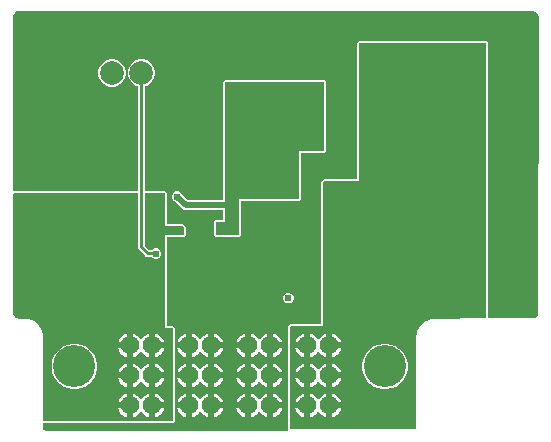
<source format=gbl>
G04*
G04 #@! TF.GenerationSoftware,Altium Limited,Altium Designer,21.6.4 (81)*
G04*
G04 Layer_Physical_Order=4*
G04 Layer_Color=16711680*
%FSLAX25Y25*%
%MOIN*%
G70*
G04*
G04 #@! TF.SameCoordinates,FE6B2B4F-3443-4407-9834-7DAE5A72E9B6*
G04*
G04*
G04 #@! TF.FilePolarity,Positive*
G04*
G01*
G75*
%ADD11C,0.01968*%
%ADD14C,0.01000*%
%ADD42C,0.05000*%
%ADD45C,0.07874*%
%ADD46C,0.14016*%
%ADD47C,0.06142*%
%ADD48C,0.10000*%
%ADD49C,0.02400*%
%ADD50C,0.02800*%
G36*
X74800Y68000D02*
X80760D01*
X81111Y67645D01*
X81085Y65000D01*
X74900D01*
Y33950D01*
X77400D01*
Y3000D01*
X74800D01*
X74700Y2900D01*
X34139D01*
Y31049D01*
X34137Y31061D01*
X34161Y31225D01*
X34142Y31617D01*
X34105Y31763D01*
Y31914D01*
X33952Y32683D01*
X33875Y32869D01*
X33836Y33066D01*
X33536Y33790D01*
X33424Y33957D01*
X33347Y34143D01*
X32912Y34795D01*
X32770Y34937D01*
X32658Y35104D01*
X32104Y35658D01*
X31937Y35770D01*
X31795Y35912D01*
X31143Y36347D01*
X30957Y36424D01*
X30790Y36536D01*
X30066Y36836D01*
X29869Y36875D01*
X29683Y36952D01*
X28914Y37105D01*
X28763D01*
X28616Y37142D01*
X28225Y37161D01*
X28174Y37154D01*
X28124Y37163D01*
X26031D01*
X25653Y37239D01*
X25296Y37387D01*
X24974Y37601D01*
X24701Y37874D01*
X24487Y38195D01*
X24339Y38552D01*
X24264Y38931D01*
Y39124D01*
X24264Y39125D01*
X24264Y39125D01*
X24254Y78646D01*
X24607Y79000D01*
X65878D01*
Y61000D01*
X65878Y61000D01*
X65964Y60571D01*
X66207Y60207D01*
X68307Y58107D01*
X68307Y58107D01*
X68671Y57864D01*
X69100Y57779D01*
X69100Y57779D01*
X70263D01*
X70274Y57753D01*
X70780Y57247D01*
X71442Y56973D01*
X72158D01*
X72819Y57247D01*
X73326Y57753D01*
X73600Y58415D01*
Y59131D01*
X73326Y59792D01*
X72819Y60299D01*
X72158Y60573D01*
X71442D01*
X70780Y60299D01*
X70503Y60022D01*
X69564D01*
X68122Y61465D01*
Y79000D01*
X74800D01*
Y68000D01*
D02*
G37*
G36*
X197199Y139761D02*
X197199Y139761D01*
X197200Y139761D01*
X197413D01*
X197831Y139678D01*
X198225Y139515D01*
X198579Y139278D01*
X198880Y138977D01*
X199117Y138622D01*
X199280Y138228D01*
X199363Y137811D01*
Y137600D01*
X199260Y39030D01*
X199261Y39029D01*
X199260Y39028D01*
Y38858D01*
X199194Y38525D01*
X199064Y38211D01*
X198875Y37928D01*
X198635Y37688D01*
X198353Y37499D01*
X198039Y37369D01*
X197706Y37303D01*
X197536D01*
X197531Y37302D01*
X197526Y37303D01*
X183004Y37231D01*
X182649Y37583D01*
Y129000D01*
X182459Y129459D01*
X182000Y129649D01*
X139500D01*
X139041Y129459D01*
X138851Y129000D01*
Y83549D01*
X127905Y83549D01*
X127905Y83549D01*
X127904Y83549D01*
X127682Y83457D01*
X127446Y83359D01*
X127446Y83359D01*
X127445Y83359D01*
X127092Y83005D01*
X127092Y83005D01*
X127092Y83004D01*
X126993Y82765D01*
X126902Y82546D01*
X126902Y82545D01*
X126902Y82545D01*
X126985Y35803D01*
X126632Y35449D01*
X116854Y35449D01*
X116394Y35259D01*
X116041Y34906D01*
X115851Y34446D01*
Y300D01*
X115931Y107D01*
X115622Y-393D01*
X35840Y-457D01*
X35674D01*
X35345Y-391D01*
X35035Y-263D01*
X34756Y-76D01*
X34519Y161D01*
X34333Y440D01*
X34205Y750D01*
X34139Y1079D01*
Y2251D01*
X74700D01*
X74700Y2251D01*
X74700D01*
X74941Y2351D01*
X77400D01*
X77859Y2541D01*
X78049Y3000D01*
Y33950D01*
X77859Y34409D01*
X77400Y34599D01*
X75549D01*
Y64351D01*
X81085D01*
X81312Y64445D01*
X81540Y64536D01*
X81541Y64539D01*
X81544Y64541D01*
X81638Y64768D01*
X81735Y64994D01*
X81761Y67638D01*
X81760Y67640D01*
X81761Y67642D01*
X81667Y67871D01*
X81575Y68099D01*
X81573Y68100D01*
X81573Y68102D01*
X81221Y68457D01*
X81219Y68458D01*
X81219Y68459D01*
X80990Y68554D01*
X80763Y68649D01*
X80761Y68649D01*
X80760Y68649D01*
X75449D01*
Y79000D01*
X75259Y79459D01*
X74800Y79649D01*
X68122D01*
Y114603D01*
X68751Y114772D01*
X69786Y115369D01*
X70631Y116214D01*
X71228Y117249D01*
X71537Y118403D01*
Y119597D01*
X71228Y120751D01*
X70631Y121786D01*
X69786Y122631D01*
X68751Y123228D01*
X67597Y123537D01*
X66403D01*
X65249Y123228D01*
X64214Y122631D01*
X63370Y121786D01*
X62772Y120751D01*
X62463Y119597D01*
Y118403D01*
X62772Y117249D01*
X63370Y116214D01*
X64214Y115369D01*
X65249Y114772D01*
X65878Y114603D01*
Y79649D01*
X24607D01*
X24607Y79650D01*
X24253Y80044D01*
X24239Y137700D01*
Y137913D01*
X24322Y138331D01*
X24485Y138725D01*
X24722Y139079D01*
X25023Y139380D01*
X25378Y139617D01*
X25771Y139780D01*
X26189Y139863D01*
X26401D01*
X197199Y139761D01*
D02*
G37*
G36*
X182000Y37226D02*
X164690Y37139D01*
X164645Y37130D01*
X164600Y37137D01*
X164208Y37117D01*
X164061Y37081D01*
X163910D01*
X163141Y36928D01*
X162955Y36851D01*
X162759Y36812D01*
X162034Y36512D01*
X161867Y36400D01*
X161681Y36323D01*
X161030Y35888D01*
X160888Y35745D01*
X160721Y35634D01*
X160166Y35080D01*
X160055Y34912D01*
X159913Y34770D01*
X159477Y34119D01*
X159400Y33933D01*
X159288Y33766D01*
X158988Y33042D01*
X158949Y32844D01*
X158872Y32659D01*
X158719Y31890D01*
Y31739D01*
X158683Y31592D01*
X158663Y31200D01*
X158671Y31150D01*
X158661Y31100D01*
Y1407D01*
X158586Y1028D01*
X158438Y671D01*
X158223Y350D01*
X158173Y300D01*
X116500D01*
Y34446D01*
X116854Y34800D01*
X127637Y34800D01*
X127552Y82546D01*
X127905Y82900D01*
X139500Y82900D01*
Y129000D01*
X182000D01*
Y37226D01*
D02*
G37*
%LPC*%
G36*
X69579Y32167D02*
X69008Y32014D01*
X68080Y31478D01*
X67322Y30720D01*
X67128Y30385D01*
X66628D01*
X66435Y30720D01*
X65677Y31478D01*
X64749Y32014D01*
X64178Y32167D01*
Y28220D01*
Y24274D01*
X64749Y24427D01*
X65677Y24963D01*
X66435Y25721D01*
X66628Y26056D01*
X67128D01*
X67322Y25721D01*
X68080Y24963D01*
X69008Y24427D01*
X69579Y24274D01*
Y28220D01*
Y32167D01*
D02*
G37*
G36*
X71579D02*
Y29221D01*
X74526D01*
X74373Y29792D01*
X73837Y30720D01*
X73079Y31478D01*
X72150Y32014D01*
X71579Y32167D01*
D02*
G37*
G36*
X62178D02*
X61606Y32014D01*
X60678Y31478D01*
X59920Y30720D01*
X59384Y29792D01*
X59231Y29221D01*
X62178D01*
Y32167D01*
D02*
G37*
G36*
X74526Y27220D02*
X71579D01*
Y24274D01*
X72150Y24427D01*
X73079Y24963D01*
X73837Y25721D01*
X74373Y26649D01*
X74526Y27220D01*
D02*
G37*
G36*
X62178D02*
X59231D01*
X59384Y26649D01*
X59920Y25721D01*
X60678Y24963D01*
X61606Y24427D01*
X62178Y24274D01*
Y27220D01*
D02*
G37*
G36*
X69579Y22167D02*
X69008Y22014D01*
X68080Y21478D01*
X67322Y20720D01*
X67128Y20385D01*
X66628D01*
X66435Y20720D01*
X65677Y21478D01*
X64749Y22014D01*
X64178Y22167D01*
Y18221D01*
Y14274D01*
X64749Y14427D01*
X65677Y14963D01*
X66435Y15721D01*
X66628Y16056D01*
X67128D01*
X67322Y15721D01*
X68080Y14963D01*
X69008Y14427D01*
X69579Y14274D01*
Y18221D01*
Y22167D01*
D02*
G37*
G36*
X71579D02*
Y19220D01*
X74526D01*
X74373Y19792D01*
X73837Y20720D01*
X73079Y21478D01*
X72150Y22014D01*
X71579Y22167D01*
D02*
G37*
G36*
X62178D02*
X61606Y22014D01*
X60678Y21478D01*
X59920Y20720D01*
X59384Y19792D01*
X59231Y19220D01*
X62178D01*
Y22167D01*
D02*
G37*
G36*
X74526Y17221D02*
X71579D01*
Y14274D01*
X72150Y14427D01*
X73079Y14963D01*
X73837Y15721D01*
X74373Y16649D01*
X74526Y17221D01*
D02*
G37*
G36*
X62178D02*
X59231D01*
X59384Y16649D01*
X59920Y15721D01*
X60678Y14963D01*
X61606Y14427D01*
X62178Y14274D01*
Y17221D01*
D02*
G37*
G36*
X45423Y28820D02*
X43924D01*
X42454Y28528D01*
X41070Y27955D01*
X39824Y27122D01*
X38764Y26062D01*
X37932Y24816D01*
X37358Y23432D01*
X37066Y21962D01*
Y20463D01*
X37358Y18993D01*
X37932Y17609D01*
X38764Y16363D01*
X39824Y15303D01*
X41070Y14471D01*
X42454Y13897D01*
X43924Y13605D01*
X45423D01*
X46893Y13897D01*
X48277Y14471D01*
X49523Y15303D01*
X50583Y16363D01*
X51416Y17609D01*
X51989Y18993D01*
X52281Y20463D01*
Y21962D01*
X51989Y23432D01*
X51416Y24816D01*
X50583Y26062D01*
X49523Y27122D01*
X48277Y27955D01*
X46893Y28528D01*
X45423Y28820D01*
D02*
G37*
G36*
X69579Y12167D02*
X69008Y12014D01*
X68080Y11478D01*
X67322Y10720D01*
X67128Y10385D01*
X66628D01*
X66435Y10720D01*
X65677Y11478D01*
X64749Y12014D01*
X64178Y12167D01*
Y8220D01*
Y4274D01*
X64749Y4427D01*
X65677Y4963D01*
X66435Y5721D01*
X66628Y6056D01*
X67128D01*
X67322Y5721D01*
X68080Y4963D01*
X69008Y4427D01*
X69579Y4274D01*
Y8220D01*
Y12167D01*
D02*
G37*
G36*
X71579D02*
Y9221D01*
X74526D01*
X74373Y9792D01*
X73837Y10720D01*
X73079Y11478D01*
X72150Y12014D01*
X71579Y12167D01*
D02*
G37*
G36*
X62178D02*
X61606Y12014D01*
X60678Y11478D01*
X59920Y10720D01*
X59384Y9792D01*
X59231Y9221D01*
X62178D01*
Y12167D01*
D02*
G37*
G36*
X74526Y7220D02*
X71579D01*
Y4274D01*
X72150Y4427D01*
X73079Y4963D01*
X73837Y5721D01*
X74373Y6649D01*
X74526Y7220D01*
D02*
G37*
G36*
X62178D02*
X59231D01*
X59384Y6649D01*
X59920Y5721D01*
X60678Y4963D01*
X61606Y4427D01*
X62178Y4274D01*
Y7220D01*
D02*
G37*
G36*
X57755Y123537D02*
X56560D01*
X55406Y123228D01*
X54372Y122631D01*
X53527Y121786D01*
X52930Y120751D01*
X52621Y119597D01*
Y118403D01*
X52930Y117249D01*
X53527Y116214D01*
X54372Y115369D01*
X55406Y114772D01*
X56560Y114463D01*
X57755D01*
X58909Y114772D01*
X59943Y115369D01*
X60788Y116214D01*
X61385Y117249D01*
X61695Y118403D01*
Y119597D01*
X61385Y120751D01*
X60788Y121786D01*
X59943Y122631D01*
X58909Y123228D01*
X57755Y123537D01*
D02*
G37*
G36*
X128000Y116649D02*
X95000D01*
X94541Y116459D01*
X94351Y116000D01*
Y76615D01*
X82454D01*
X80533Y78536D01*
X80431Y78782D01*
X79925Y79289D01*
X79263Y79563D01*
X78547D01*
X77886Y79289D01*
X77379Y78782D01*
X77105Y78121D01*
Y77405D01*
X77379Y76743D01*
X77886Y76237D01*
X78531Y75969D01*
X80643Y73858D01*
X81167Y73508D01*
X81785Y73385D01*
X94351D01*
Y70149D01*
X92000D01*
X91541Y69959D01*
X91351Y69500D01*
Y65000D01*
X91541Y64541D01*
X92000Y64351D01*
X99500D01*
X99959Y64541D01*
X100149Y65000D01*
Y76351D01*
X119500D01*
X119959Y76541D01*
X120149Y77000D01*
Y92351D01*
X128000D01*
X128459Y92541D01*
X128649Y93000D01*
Y116000D01*
X128459Y116459D01*
X128000Y116649D01*
D02*
G37*
G36*
X116358Y45800D02*
X115642D01*
X114980Y45526D01*
X114474Y45020D01*
X114200Y44358D01*
Y43642D01*
X114474Y42980D01*
X114980Y42474D01*
X115642Y42200D01*
X116358D01*
X117020Y42474D01*
X117526Y42980D01*
X117800Y43642D01*
Y44358D01*
X117526Y45020D01*
X117020Y45526D01*
X116358Y45800D01*
D02*
G37*
G36*
X108949Y32167D02*
X108378Y32014D01*
X107450Y31478D01*
X106692Y30720D01*
X106498Y30385D01*
X105998D01*
X105805Y30720D01*
X105047Y31478D01*
X104119Y32014D01*
X103548Y32167D01*
Y28220D01*
Y24274D01*
X104119Y24427D01*
X105047Y24963D01*
X105805Y25721D01*
X105998Y26056D01*
X106498D01*
X106692Y25721D01*
X107450Y24963D01*
X108378Y24427D01*
X108949Y24274D01*
Y28220D01*
Y32167D01*
D02*
G37*
G36*
X89264D02*
X88693Y32014D01*
X87765Y31478D01*
X87007Y30720D01*
X86813Y30385D01*
X86313D01*
X86120Y30720D01*
X85362Y31478D01*
X84434Y32014D01*
X83863Y32167D01*
Y28220D01*
Y24274D01*
X84434Y24427D01*
X85362Y24963D01*
X86120Y25721D01*
X86313Y26056D01*
X86813D01*
X87007Y25721D01*
X87765Y24963D01*
X88693Y24427D01*
X89264Y24274D01*
Y28220D01*
Y32167D01*
D02*
G37*
G36*
X110949D02*
Y29221D01*
X113896D01*
X113743Y29792D01*
X113207Y30720D01*
X112449Y31478D01*
X111521Y32014D01*
X110949Y32167D01*
D02*
G37*
G36*
X101548D02*
X100976Y32014D01*
X100048Y31478D01*
X99290Y30720D01*
X98754Y29792D01*
X98601Y29221D01*
X101548D01*
Y32167D01*
D02*
G37*
G36*
X91264D02*
Y29221D01*
X94211D01*
X94058Y29792D01*
X93522Y30720D01*
X92764Y31478D01*
X91835Y32014D01*
X91264Y32167D01*
D02*
G37*
G36*
X81863D02*
X81291Y32014D01*
X80363Y31478D01*
X79605Y30720D01*
X79069Y29792D01*
X78916Y29221D01*
X81863D01*
Y32167D01*
D02*
G37*
G36*
X113896Y27220D02*
X110949D01*
Y24274D01*
X111521Y24427D01*
X112449Y24963D01*
X113207Y25721D01*
X113743Y26649D01*
X113896Y27220D01*
D02*
G37*
G36*
X101548D02*
X98601D01*
X98754Y26649D01*
X99290Y25721D01*
X100048Y24963D01*
X100976Y24427D01*
X101548Y24274D01*
Y27220D01*
D02*
G37*
G36*
X94211D02*
X91264D01*
Y24274D01*
X91835Y24427D01*
X92764Y24963D01*
X93522Y25721D01*
X94058Y26649D01*
X94211Y27220D01*
D02*
G37*
G36*
X81863D02*
X78916D01*
X79069Y26649D01*
X79605Y25721D01*
X80363Y24963D01*
X81291Y24427D01*
X81863Y24274D01*
Y27220D01*
D02*
G37*
G36*
X108949Y22167D02*
X108378Y22014D01*
X107450Y21478D01*
X106692Y20720D01*
X106498Y20385D01*
X105998D01*
X105805Y20720D01*
X105047Y21478D01*
X104119Y22014D01*
X103548Y22167D01*
Y18221D01*
Y14274D01*
X104119Y14427D01*
X105047Y14963D01*
X105805Y15721D01*
X105998Y16056D01*
X106498D01*
X106692Y15721D01*
X107450Y14963D01*
X108378Y14427D01*
X108949Y14274D01*
Y18221D01*
Y22167D01*
D02*
G37*
G36*
X89264D02*
X88693Y22014D01*
X87765Y21478D01*
X87007Y20720D01*
X86813Y20385D01*
X86313D01*
X86120Y20720D01*
X85362Y21478D01*
X84434Y22014D01*
X83863Y22167D01*
Y18221D01*
Y14274D01*
X84434Y14427D01*
X85362Y14963D01*
X86120Y15721D01*
X86313Y16056D01*
X86813D01*
X87007Y15721D01*
X87765Y14963D01*
X88693Y14427D01*
X89264Y14274D01*
Y18221D01*
Y22167D01*
D02*
G37*
G36*
X110949D02*
Y19220D01*
X113896D01*
X113743Y19792D01*
X113207Y20720D01*
X112449Y21478D01*
X111521Y22014D01*
X110949Y22167D01*
D02*
G37*
G36*
X101548D02*
X100976Y22014D01*
X100048Y21478D01*
X99290Y20720D01*
X98754Y19792D01*
X98601Y19220D01*
X101548D01*
Y22167D01*
D02*
G37*
G36*
X91264D02*
Y19220D01*
X94211D01*
X94058Y19792D01*
X93522Y20720D01*
X92764Y21478D01*
X91835Y22014D01*
X91264Y22167D01*
D02*
G37*
G36*
X81863D02*
X81291Y22014D01*
X80363Y21478D01*
X79605Y20720D01*
X79069Y19792D01*
X78916Y19220D01*
X81863D01*
Y22167D01*
D02*
G37*
G36*
X113896Y17221D02*
X110949D01*
Y14274D01*
X111521Y14427D01*
X112449Y14963D01*
X113207Y15721D01*
X113743Y16649D01*
X113896Y17221D01*
D02*
G37*
G36*
X101548D02*
X98601D01*
X98754Y16649D01*
X99290Y15721D01*
X100048Y14963D01*
X100976Y14427D01*
X101548Y14274D01*
Y17221D01*
D02*
G37*
G36*
X94211D02*
X91264D01*
Y14274D01*
X91835Y14427D01*
X92764Y14963D01*
X93522Y15721D01*
X94058Y16649D01*
X94211Y17221D01*
D02*
G37*
G36*
X81863D02*
X78916D01*
X79069Y16649D01*
X79605Y15721D01*
X80363Y14963D01*
X81291Y14427D01*
X81863Y14274D01*
Y17221D01*
D02*
G37*
G36*
X108949Y12167D02*
X108378Y12014D01*
X107450Y11478D01*
X106692Y10720D01*
X106498Y10385D01*
X105998D01*
X105805Y10720D01*
X105047Y11478D01*
X104119Y12014D01*
X103548Y12167D01*
Y8220D01*
Y4274D01*
X104119Y4427D01*
X105047Y4963D01*
X105805Y5721D01*
X105998Y6056D01*
X106498D01*
X106692Y5721D01*
X107450Y4963D01*
X108378Y4427D01*
X108949Y4274D01*
Y8220D01*
Y12167D01*
D02*
G37*
G36*
X89264D02*
X88693Y12014D01*
X87765Y11478D01*
X87007Y10720D01*
X86813Y10385D01*
X86313D01*
X86120Y10720D01*
X85362Y11478D01*
X84434Y12014D01*
X83863Y12167D01*
Y8220D01*
Y4274D01*
X84434Y4427D01*
X85362Y4963D01*
X86120Y5721D01*
X86313Y6056D01*
X86813D01*
X87007Y5721D01*
X87765Y4963D01*
X88693Y4427D01*
X89264Y4274D01*
Y8220D01*
Y12167D01*
D02*
G37*
G36*
X110949D02*
Y9221D01*
X113896D01*
X113743Y9792D01*
X113207Y10720D01*
X112449Y11478D01*
X111521Y12014D01*
X110949Y12167D01*
D02*
G37*
G36*
X101548D02*
X100976Y12014D01*
X100048Y11478D01*
X99290Y10720D01*
X98754Y9792D01*
X98601Y9221D01*
X101548D01*
Y12167D01*
D02*
G37*
G36*
X91264D02*
Y9221D01*
X94211D01*
X94058Y9792D01*
X93522Y10720D01*
X92764Y11478D01*
X91835Y12014D01*
X91264Y12167D01*
D02*
G37*
G36*
X81863D02*
X81291Y12014D01*
X80363Y11478D01*
X79605Y10720D01*
X79069Y9792D01*
X78916Y9221D01*
X81863D01*
Y12167D01*
D02*
G37*
G36*
X113896Y7220D02*
X110949D01*
Y4274D01*
X111521Y4427D01*
X112449Y4963D01*
X113207Y5721D01*
X113743Y6649D01*
X113896Y7220D01*
D02*
G37*
G36*
X101548D02*
X98601D01*
X98754Y6649D01*
X99290Y5721D01*
X100048Y4963D01*
X100976Y4427D01*
X101548Y4274D01*
Y7220D01*
D02*
G37*
G36*
X94211D02*
X91264D01*
Y4274D01*
X91835Y4427D01*
X92764Y4963D01*
X93522Y5721D01*
X94058Y6649D01*
X94211Y7220D01*
D02*
G37*
G36*
X81863D02*
X78916D01*
X79069Y6649D01*
X79605Y5721D01*
X80363Y4963D01*
X81291Y4427D01*
X81863Y4274D01*
Y7220D01*
D02*
G37*
%LPD*%
G36*
X128000Y93000D02*
X119500D01*
Y77000D01*
X99500D01*
Y65000D01*
X92000D01*
Y69500D01*
X95000D01*
Y116000D01*
X128000D01*
Y93000D01*
D02*
G37*
%LPC*%
G36*
X128634Y32167D02*
X128063Y32014D01*
X127135Y31478D01*
X126377Y30720D01*
X126183Y30385D01*
X125683D01*
X125490Y30720D01*
X124732Y31478D01*
X123804Y32014D01*
X123233Y32167D01*
Y28220D01*
Y24274D01*
X123804Y24427D01*
X124732Y24963D01*
X125490Y25721D01*
X125683Y26056D01*
X126183D01*
X126377Y25721D01*
X127135Y24963D01*
X128063Y24427D01*
X128634Y24274D01*
Y28220D01*
Y32167D01*
D02*
G37*
G36*
X130634D02*
Y29221D01*
X133581D01*
X133428Y29792D01*
X132892Y30720D01*
X132134Y31478D01*
X131205Y32014D01*
X130634Y32167D01*
D02*
G37*
G36*
X121233D02*
X120661Y32014D01*
X119733Y31478D01*
X118975Y30720D01*
X118439Y29792D01*
X118286Y29221D01*
X121233D01*
Y32167D01*
D02*
G37*
G36*
X133581Y27220D02*
X130634D01*
Y24274D01*
X131205Y24427D01*
X132134Y24963D01*
X132892Y25721D01*
X133428Y26649D01*
X133581Y27220D01*
D02*
G37*
G36*
X121233D02*
X118286D01*
X118439Y26649D01*
X118975Y25721D01*
X119733Y24963D01*
X120661Y24427D01*
X121233Y24274D01*
Y27220D01*
D02*
G37*
G36*
X128634Y22167D02*
X128063Y22014D01*
X127135Y21478D01*
X126377Y20720D01*
X126183Y20385D01*
X125683D01*
X125490Y20720D01*
X124732Y21478D01*
X123804Y22014D01*
X123233Y22167D01*
Y18221D01*
Y14274D01*
X123804Y14427D01*
X124732Y14963D01*
X125490Y15721D01*
X125683Y16056D01*
X126183D01*
X126377Y15721D01*
X127135Y14963D01*
X128063Y14427D01*
X128634Y14274D01*
Y18221D01*
Y22167D01*
D02*
G37*
G36*
X130634D02*
Y19220D01*
X133581D01*
X133428Y19792D01*
X132892Y20720D01*
X132134Y21478D01*
X131205Y22014D01*
X130634Y22167D01*
D02*
G37*
G36*
X121233D02*
X120661Y22014D01*
X119733Y21478D01*
X118975Y20720D01*
X118439Y19792D01*
X118286Y19220D01*
X121233D01*
Y22167D01*
D02*
G37*
G36*
X133581Y17221D02*
X130634D01*
Y14274D01*
X131205Y14427D01*
X132134Y14963D01*
X132892Y15721D01*
X133428Y16649D01*
X133581Y17221D01*
D02*
G37*
G36*
X121233D02*
X118286D01*
X118439Y16649D01*
X118975Y15721D01*
X119733Y14963D01*
X120661Y14427D01*
X121233Y14274D01*
Y17221D01*
D02*
G37*
G36*
X148888Y28820D02*
X147389D01*
X145919Y28528D01*
X144535Y27955D01*
X143289Y27122D01*
X142229Y26062D01*
X141396Y24816D01*
X140823Y23432D01*
X140530Y21962D01*
Y20463D01*
X140823Y18993D01*
X141396Y17609D01*
X142229Y16363D01*
X143289Y15303D01*
X144535Y14471D01*
X145919Y13897D01*
X147389Y13605D01*
X148888D01*
X150357Y13897D01*
X151742Y14471D01*
X152988Y15303D01*
X154048Y16363D01*
X154880Y17609D01*
X155454Y18993D01*
X155746Y20463D01*
Y21962D01*
X155454Y23432D01*
X154880Y24816D01*
X154048Y26062D01*
X152988Y27122D01*
X151742Y27955D01*
X150357Y28528D01*
X148888Y28820D01*
D02*
G37*
G36*
X128634Y12167D02*
X128063Y12014D01*
X127135Y11478D01*
X126377Y10720D01*
X126183Y10385D01*
X125683D01*
X125490Y10720D01*
X124732Y11478D01*
X123804Y12014D01*
X123233Y12167D01*
Y8220D01*
Y4274D01*
X123804Y4427D01*
X124732Y4963D01*
X125490Y5721D01*
X125683Y6056D01*
X126183D01*
X126377Y5721D01*
X127135Y4963D01*
X128063Y4427D01*
X128634Y4274D01*
Y8220D01*
Y12167D01*
D02*
G37*
G36*
X130634D02*
Y9221D01*
X133581D01*
X133428Y9792D01*
X132892Y10720D01*
X132134Y11478D01*
X131205Y12014D01*
X130634Y12167D01*
D02*
G37*
G36*
X121233D02*
X120661Y12014D01*
X119733Y11478D01*
X118975Y10720D01*
X118439Y9792D01*
X118286Y9221D01*
X121233D01*
Y12167D01*
D02*
G37*
G36*
X133581Y7220D02*
X130634D01*
Y4274D01*
X131205Y4427D01*
X132134Y4963D01*
X132892Y5721D01*
X133428Y6649D01*
X133581Y7220D01*
D02*
G37*
G36*
X121233D02*
X118286D01*
X118439Y6649D01*
X118975Y5721D01*
X119733Y4963D01*
X120661Y4427D01*
X121233Y4274D01*
Y7220D01*
D02*
G37*
%LPD*%
D11*
X81785Y75000D02*
X97000D01*
X79022Y77763D02*
X81785Y75000D01*
X78905Y77763D02*
X79022D01*
D14*
X69100Y58900D02*
X71672D01*
X71800Y58773D01*
X67000Y61000D02*
X69100Y58900D01*
X67000Y61000D02*
Y119000D01*
D42*
X196000Y122000D02*
D03*
Y110000D02*
D03*
Y81000D02*
D03*
Y95000D02*
D03*
X190803Y45025D02*
D03*
X190546Y63894D02*
D03*
X190724Y129000D02*
D03*
Y54000D02*
D03*
X128224Y129000D02*
D03*
X134474Y116500D02*
D03*
Y91500D02*
D03*
X115724Y129000D02*
D03*
X121974Y66500D02*
D03*
X109474D02*
D03*
X90724Y129000D02*
D03*
Y104000D02*
D03*
X96974Y41500D02*
D03*
X78224Y129000D02*
D03*
X84474Y116500D02*
D03*
X78224Y104000D02*
D03*
X71974Y91500D02*
D03*
X53224Y129000D02*
D03*
X40724D02*
D03*
X46974Y116500D02*
D03*
X28224Y129000D02*
D03*
X34474Y116500D02*
D03*
X175000Y42500D02*
D03*
Y57500D02*
D03*
X160000Y120000D02*
D03*
X145000D02*
D03*
X150000Y5000D02*
D03*
X140000D02*
D03*
X52500Y7500D02*
D03*
X40000D02*
D03*
X62500Y37500D02*
D03*
X47500D02*
D03*
X32500Y62500D02*
D03*
X47500D02*
D03*
Y50000D02*
D03*
X62500Y62500D02*
D03*
Y50000D02*
D03*
X145000Y105000D02*
D03*
X160000Y90000D02*
D03*
X145000D02*
D03*
X160000Y72500D02*
D03*
Y57500D02*
D03*
X145000Y72500D02*
D03*
Y57500D02*
D03*
Y40000D02*
D03*
X114000Y82000D02*
D03*
Y91000D02*
D03*
X103000Y102000D02*
D03*
Y111000D02*
D03*
D45*
X57157Y119000D02*
D03*
X67000D02*
D03*
X76842D02*
D03*
D46*
X148138Y21213D02*
D03*
X44674D02*
D03*
D47*
X70579Y8220D02*
D03*
X63178D02*
D03*
X70579Y18221D02*
D03*
X63178D02*
D03*
X70579Y28220D02*
D03*
X63178D02*
D03*
X129634Y8220D02*
D03*
X122233D02*
D03*
X129634Y18221D02*
D03*
X122233D02*
D03*
X129634Y28220D02*
D03*
X122233D02*
D03*
X109949Y8220D02*
D03*
X102548D02*
D03*
X109949Y18221D02*
D03*
X102548D02*
D03*
X109949Y28220D02*
D03*
X102548D02*
D03*
X90264Y8220D02*
D03*
X82863D02*
D03*
X90264Y18221D02*
D03*
X82863D02*
D03*
X90264Y28220D02*
D03*
X82863D02*
D03*
D48*
X102500Y122500D02*
D03*
X58000Y101000D02*
D03*
X160000Y43100D02*
D03*
X32500Y47500D02*
D03*
D49*
X78905Y77763D02*
D03*
X71800Y58773D02*
D03*
X116000Y44000D02*
D03*
X97000Y75000D02*
D03*
D50*
X89231Y59400D02*
D03*
X84341D02*
D03*
X89231Y63400D02*
D03*
X84341D02*
D03*
X89231Y67400D02*
D03*
X84341D02*
D03*
M02*

</source>
